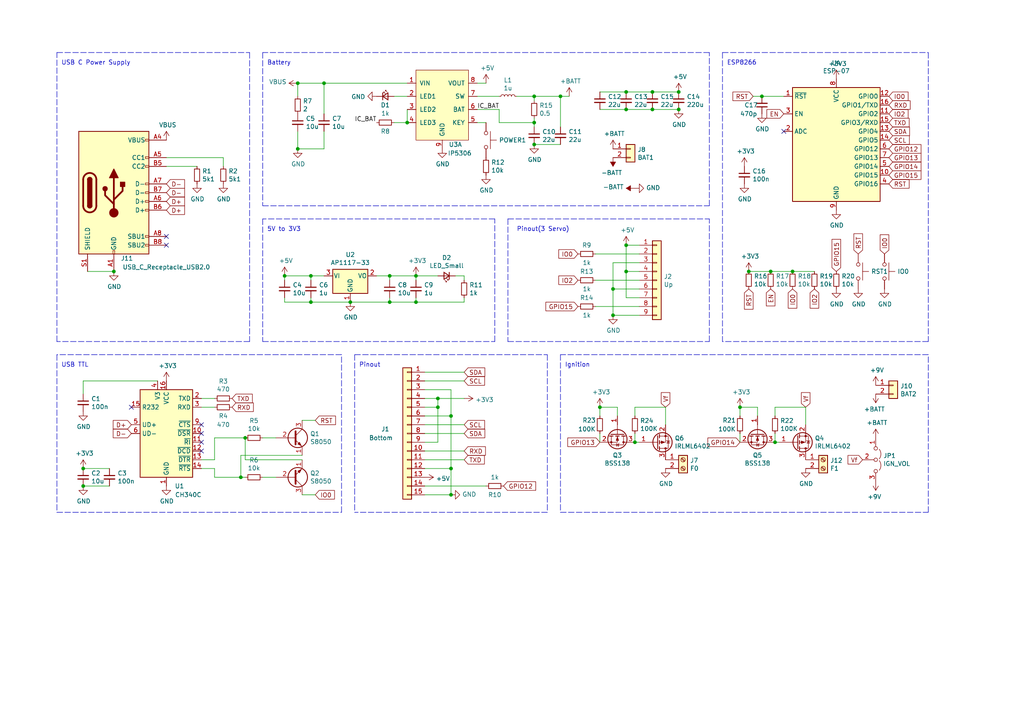
<source format=kicad_sch>
(kicad_sch (version 20211123) (generator eeschema)
  (paper "A4")
  (title_block (title "ISP8266") (date "2022-11-24") (rev "v0.0.3") (company "NCKU ISP"))
  (junction (at 71.12 127))
  (junction (at 177.8 91.44))
  (junction (at 127 118.11))
  (junction (at 181.61 71.12))
  (junction (at 162.56 27.94))
  (junction (at 130.81 135.89))
  (junction (at 120.65 87.63))
  (junction (at 90.17 87.63))
  (junction (at 220.98 27.94))
  (junction (at 154.94 41.91))
  (junction (at 127 115.57))
  (junction (at 177.8 83.82))
  (junction (at 189.23 31.75))
  (junction (at 24.13 140.97))
  (junction (at 113.03 80.01))
  (junction (at 223.52 78.74))
  (junction (at 101.6 87.63))
  (junction (at 181.61 78.74))
  (junction (at 189.23 26.67))
  (junction (at 214.63 118.11))
  (junction (at 154.94 35.56))
  (junction (at 24.13 135.89))
  (junction (at 154.94 27.94))
  (junction (at 181.61 31.75))
  (junction (at 130.81 143.51))
  (junction (at 224.79 128.27))
  (junction (at 86.36 24.13))
  (junction (at 173.99 118.11))
  (junction (at 181.61 26.67))
  (junction (at 33.02 78.74))
  (junction (at 93.98 24.13))
  (junction (at 86.36 43.18))
  (junction (at 120.65 80.01))
  (junction (at 130.81 120.65))
  (junction (at 82.55 80.01))
  (junction (at 229.87 78.74))
  (junction (at 90.17 80.01))
  (junction (at 69.85 138.43))
  (junction (at 113.03 87.63))
  (junction (at 184.15 128.27))
  (junction (at 118.11 35.56))
  (junction (at 196.85 31.75))
  (junction (at 196.85 26.67))
  (junction (at 217.17 78.74))
  (no_connect (at 48.26 68.58))
  (no_connect (at 58.42 123.19))
  (no_connect (at 38.1 118.11))
  (no_connect (at 58.42 125.73))
  (no_connect (at 58.42 128.27))
  (no_connect (at 58.42 130.81))
  (no_connect (at 227.33 38.1))
  (no_connect (at 48.26 71.12))
  (wire (pts (xy 177.8 83.82) (xy 177.8 91.44)))
  (wire (pts (xy 138.43 27.94) (xy 144.78 27.94)))
  (wire (pts (xy 80.01 127) (xy 76.2 127)))
  (polyline (pts (xy 158.75 148.59) (xy 102.87 148.59)))
  (wire (pts (xy 132.08 80.01) (xy 134.62 80.01)))
  (wire (pts (xy 214.63 125.73) (xy 214.63 128.27)))
  (polyline (pts (xy 205.74 59.69) (xy 205.74 15.24)))
  (polyline (pts (xy 205.74 99.06) (xy 205.74 63.5)))
  (polyline (pts (xy 16.51 15.24) (xy 72.39 15.24)))
  (wire (pts (xy 184.15 128.27) (xy 185.42 128.27)))
  (wire (pts (xy 58.42 118.11) (xy 62.23 118.11)))
  (wire (pts (xy 217.17 78.74) (xy 223.52 78.74)))
  (wire (pts (xy 127 118.11) (xy 127 115.57)))
  (wire (pts (xy 162.56 27.94) (xy 162.56 36.83)))
  (polyline (pts (xy 162.56 102.87) (xy 162.56 148.59)))
  (wire (pts (xy 64.77 48.26) (xy 64.77 45.72)))
  (wire (pts (xy 86.36 24.13) (xy 93.98 24.13)))
  (wire (pts (xy 123.19 140.97) (xy 140.97 140.97)))
  (wire (pts (xy 149.86 27.94) (xy 154.94 27.94)))
  (wire (pts (xy 123.19 118.11) (xy 127 118.11)))
  (wire (pts (xy 90.17 86.36) (xy 90.17 87.63)))
  (polyline (pts (xy 162.56 148.59) (xy 269.24 148.59)))
  (polyline (pts (xy 16.51 99.06) (xy 16.51 15.24)))
  (wire (pts (xy 138.43 35.56) (xy 140.97 35.56)))
  (wire (pts (xy 134.62 80.01) (xy 134.62 81.28)))
  (wire (pts (xy 86.36 27.94) (xy 86.36 24.13)))
  (wire (pts (xy 123.19 110.49) (xy 134.62 110.49)))
  (wire (pts (xy 82.55 80.01) (xy 90.17 80.01)))
  (wire (pts (xy 140.97 24.13) (xy 138.43 24.13)))
  (wire (pts (xy 24.13 135.89) (xy 31.75 135.89)))
  (wire (pts (xy 224.79 120.65) (xy 224.79 118.11)))
  (wire (pts (xy 69.85 132.08) (xy 69.85 138.43)))
  (wire (pts (xy 177.8 76.2) (xy 177.8 83.82)))
  (wire (pts (xy 62.23 127) (xy 62.23 133.35)))
  (wire (pts (xy 223.52 78.74) (xy 229.87 78.74)))
  (polyline (pts (xy 147.32 63.5) (xy 205.74 63.5)))
  (wire (pts (xy 123.19 123.19) (xy 134.62 123.19)))
  (wire (pts (xy 154.94 27.94) (xy 154.94 29.21)))
  (polyline (pts (xy 158.75 102.87) (xy 158.75 148.59)))
  (wire (pts (xy 93.98 38.1) (xy 93.98 43.18)))
  (wire (pts (xy 87.63 121.92) (xy 91.44 121.92)))
  (wire (pts (xy 71.12 133.35) (xy 87.63 133.35)))
  (wire (pts (xy 71.12 133.35) (xy 71.12 127)))
  (polyline (pts (xy 143.51 63.5) (xy 76.2 63.5)))
  (wire (pts (xy 134.62 87.63) (xy 120.65 87.63)))
  (wire (pts (xy 173.99 31.75) (xy 181.61 31.75)))
  (polyline (pts (xy 205.74 15.24) (xy 76.2 15.24)))
  (wire (pts (xy 154.94 36.83) (xy 154.94 35.56)))
  (wire (pts (xy 181.61 31.75) (xy 189.23 31.75)))
  (wire (pts (xy 179.07 120.65) (xy 179.07 118.11)))
  (wire (pts (xy 130.81 120.65) (xy 130.81 135.89)))
  (wire (pts (xy 113.03 86.36) (xy 113.03 87.63)))
  (polyline (pts (xy 99.06 148.59) (xy 99.06 102.87)))
  (wire (pts (xy 90.17 87.63) (xy 101.6 87.63)))
  (wire (pts (xy 113.03 80.01) (xy 120.65 80.01)))
  (wire (pts (xy 123.19 128.27) (xy 127 128.27)))
  (wire (pts (xy 45.72 110.49) (xy 24.13 110.49)))
  (wire (pts (xy 113.03 87.63) (xy 120.65 87.63)))
  (wire (pts (xy 138.43 31.75) (xy 144.78 31.75)))
  (wire (pts (xy 233.68 118.11) (xy 233.68 123.19)))
  (wire (pts (xy 82.55 87.63) (xy 90.17 87.63)))
  (wire (pts (xy 123.19 113.03) (xy 130.81 113.03)))
  (polyline (pts (xy 269.24 15.24) (xy 269.24 99.06)))
  (wire (pts (xy 214.63 118.11) (xy 219.71 118.11)))
  (wire (pts (xy 24.13 110.49) (xy 24.13 114.3)))
  (wire (pts (xy 181.61 86.36) (xy 185.42 86.36)))
  (wire (pts (xy 69.85 138.43) (xy 71.12 138.43)))
  (wire (pts (xy 173.99 118.11) (xy 179.07 118.11)))
  (wire (pts (xy 93.98 24.13) (xy 93.98 33.02)))
  (wire (pts (xy 80.01 138.43) (xy 76.2 138.43)))
  (wire (pts (xy 87.63 132.08) (xy 69.85 132.08)))
  (wire (pts (xy 229.87 78.74) (xy 236.22 78.74)))
  (wire (pts (xy 189.23 26.67) (xy 196.85 26.67)))
  (wire (pts (xy 173.99 118.11) (xy 173.99 120.65)))
  (wire (pts (xy 173.99 26.67) (xy 181.61 26.67)))
  (wire (pts (xy 134.62 115.57) (xy 127 115.57)))
  (wire (pts (xy 109.22 80.01) (xy 113.03 80.01)))
  (wire (pts (xy 64.77 45.72) (xy 48.26 45.72)))
  (wire (pts (xy 127 128.27) (xy 127 118.11)))
  (polyline (pts (xy 269.24 99.06) (xy 209.55 99.06)))
  (wire (pts (xy 134.62 86.36) (xy 134.62 87.63)))
  (wire (pts (xy 58.42 115.57) (xy 62.23 115.57)))
  (polyline (pts (xy 16.51 102.87) (xy 16.51 148.59)))
  (wire (pts (xy 62.23 133.35) (xy 58.42 133.35)))
  (wire (pts (xy 185.42 81.28) (xy 172.72 81.28)))
  (wire (pts (xy 25.4 78.74) (xy 33.02 78.74)))
  (wire (pts (xy 218.44 27.94) (xy 220.98 27.94)))
  (wire (pts (xy 184.15 125.73) (xy 184.15 128.27)))
  (wire (pts (xy 48.26 48.26) (xy 57.15 48.26)))
  (polyline (pts (xy 99.06 102.87) (xy 16.51 102.87)))
  (wire (pts (xy 224.79 125.73) (xy 224.79 128.27)))
  (wire (pts (xy 120.65 80.01) (xy 127 80.01)))
  (wire (pts (xy 184.15 118.11) (xy 193.04 118.11)))
  (wire (pts (xy 189.23 31.75) (xy 196.85 31.75)))
  (wire (pts (xy 123.19 135.89) (xy 130.81 135.89)))
  (wire (pts (xy 173.99 125.73) (xy 173.99 128.27)))
  (polyline (pts (xy 16.51 148.59) (xy 99.06 148.59)))
  (wire (pts (xy 87.63 143.51) (xy 91.44 143.51)))
  (wire (pts (xy 172.72 88.9) (xy 185.42 88.9)))
  (wire (pts (xy 224.79 118.11) (xy 233.68 118.11)))
  (polyline (pts (xy 143.51 99.06) (xy 143.51 63.5)))
  (wire (pts (xy 184.15 120.65) (xy 184.15 118.11)))
  (wire (pts (xy 86.36 43.18) (xy 93.98 43.18)))
  (wire (pts (xy 120.65 86.36) (xy 120.65 87.63)))
  (wire (pts (xy 177.8 91.44) (xy 185.42 91.44)))
  (polyline (pts (xy 102.87 102.87) (xy 102.87 148.59)))
  (wire (pts (xy 58.42 135.89) (xy 62.23 135.89)))
  (wire (pts (xy 62.23 138.43) (xy 69.85 138.43)))
  (wire (pts (xy 144.78 31.75) (xy 144.78 35.56)))
  (wire (pts (xy 118.11 31.75) (xy 118.11 35.56)))
  (wire (pts (xy 101.6 87.63) (xy 113.03 87.63)))
  (wire (pts (xy 123.19 130.81) (xy 134.62 130.81)))
  (wire (pts (xy 181.61 26.67) (xy 189.23 26.67)))
  (wire (pts (xy 219.71 120.65) (xy 219.71 118.11)))
  (wire (pts (xy 86.36 38.1) (xy 86.36 43.18)))
  (polyline (pts (xy 76.2 63.5) (xy 76.2 99.06)))
  (wire (pts (xy 144.78 35.56) (xy 154.94 35.56)))
  (wire (pts (xy 123.19 125.73) (xy 134.62 125.73)))
  (wire (pts (xy 24.13 140.97) (xy 31.75 140.97)))
  (wire (pts (xy 185.42 83.82) (xy 177.8 83.82)))
  (wire (pts (xy 185.42 76.2) (xy 177.8 76.2)))
  (wire (pts (xy 134.62 107.95) (xy 123.19 107.95)))
  (wire (pts (xy 93.98 80.01) (xy 90.17 80.01)))
  (wire (pts (xy 123.19 133.35) (xy 134.62 133.35)))
  (wire (pts (xy 93.98 24.13) (xy 118.11 24.13)))
  (polyline (pts (xy 147.32 63.5) (xy 147.32 99.06)))
  (wire (pts (xy 181.61 71.12) (xy 181.61 78.74)))
  (polyline (pts (xy 209.55 15.24) (xy 269.24 15.24)))
  (wire (pts (xy 82.55 86.36) (xy 82.55 87.63)))
  (wire (pts (xy 154.94 27.94) (xy 162.56 27.94)))
  (polyline (pts (xy 72.39 15.24) (xy 72.39 99.06)))
  (wire (pts (xy 118.11 27.94) (xy 114.3 27.94)))
  (wire (pts (xy 220.98 27.94) (xy 227.33 27.94)))
  (polyline (pts (xy 147.32 99.06) (xy 205.74 99.06)))
  (polyline (pts (xy 76.2 15.24) (xy 76.2 59.69)))
  (wire (pts (xy 224.79 128.27) (xy 226.06 128.27)))
  (polyline (pts (xy 102.87 102.87) (xy 158.75 102.87)))
  (polyline (pts (xy 76.2 99.06) (xy 143.51 99.06)))
  (wire (pts (xy 123.19 120.65) (xy 130.81 120.65)))
  (polyline (pts (xy 269.24 148.59) (xy 269.24 102.87)))
  (wire (pts (xy 181.61 78.74) (xy 185.42 78.74)))
  (wire (pts (xy 162.56 41.91) (xy 154.94 41.91)))
  (wire (pts (xy 113.03 80.01) (xy 113.03 81.28)))
  (polyline (pts (xy 269.24 102.87) (xy 162.56 102.87)))
  (wire (pts (xy 130.81 135.89) (xy 130.81 143.51)))
  (wire (pts (xy 62.23 135.89) (xy 62.23 138.43)))
  (wire (pts (xy 120.65 81.28) (xy 120.65 80.01)))
  (wire (pts (xy 90.17 81.28) (xy 90.17 80.01)))
  (wire (pts (xy 162.56 27.94) (xy 165.1 27.94)))
  (polyline (pts (xy 76.2 59.69) (xy 205.74 59.69)))
  (wire (pts (xy 114.3 35.56) (xy 118.11 35.56)))
  (wire (pts (xy 154.94 35.56) (xy 154.94 34.29)))
  (wire (pts (xy 62.23 127) (xy 71.12 127)))
  (wire (pts (xy 130.81 113.03) (xy 130.81 120.65)))
  (polyline (pts (xy 72.39 99.06) (xy 16.51 99.06)))
  (wire (pts (xy 214.63 118.11) (xy 214.63 120.65)))
  (wire (pts (xy 181.61 71.12) (xy 185.42 71.12)))
  (polyline (pts (xy 209.55 15.24) (xy 209.55 99.06)))
  (wire (pts (xy 82.55 80.01) (xy 82.55 81.28)))
  (wire (pts (xy 181.61 78.74) (xy 181.61 86.36)))
  (wire (pts (xy 123.19 143.51) (xy 130.81 143.51)))
  (wire (pts (xy 123.19 115.57) (xy 127 115.57)))
  (wire (pts (xy 185.42 73.66) (xy 172.72 73.66)))
  (wire (pts (xy 193.04 118.11) (xy 193.04 123.19)))
  (text "USB TTL" (at 17.78 106.68 0) (effects (font (size 1.27 1.27)) (justify left bottom)))
  (text "ESP8266" (at 210.82 19.05 0) (effects (font (size 1.27 1.27)) (justify left bottom)))
  (text "Ignition" (at 163.83 106.68 0) (effects (font (size 1.27 1.27)) (justify left bottom)))
  (text "Pinout(3 Servo)" (at 149.86 67.31 0) (effects (font (size 1.27 1.27)) (justify left bottom)))
  (text "Battery" (at 77.47 19.05 0) (effects (font (size 1.27 1.27)) (justify left bottom)))
  (text "Pinout" (at 104.14 106.68 0) (effects (font (size 1.27 1.27)) (justify left bottom)))
  (text "USB C Power Supply" (at 17.78 19.05 0) (effects (font (size 1.27 1.27)) (justify left bottom)))
  (text "5V to 3V3" (at 77.47 67.31 0) (effects (font (size 1.27 1.27)) (justify left bottom)))
  (label "IC_BAT" (at 138.43 31.75 0))
  (label "IC_BAT" (at 109.22 35.56 180))
  (global_label "EN" (shape input) (at 223.52 83.82 270) (property "Intersheet References" "${INTERSHEET_REFS}" (effects hide)))
  (global_label "RXD" (shape input) (at 67.31 118.11 0) (property "Intersheet References" "${INTERSHEET_REFS}" (effects hide)))
  (global_label "SDA" (shape input) (at 257.81 38.1 0) (property "Intersheet References" "${INTERSHEET_REFS}" (effects hide)))
  (global_label "SCL" (shape input) (at 257.81 40.64 0) (property "Intersheet References" "${INTERSHEET_REFS}" (effects hide)))
  (global_label "GPIO15" (shape input) (at 167.64 88.9 180) (property "Intersheet References" "${INTERSHEET_REFS}" (effects hide)))
  (global_label "RXD" (shape input) (at 257.81 30.48 0) (property "Intersheet References" "${INTERSHEET_REFS}" (effects hide)))
  (global_label "SCL" (shape input) (at 134.62 123.19 0) (property "Intersheet References" "${INTERSHEET_REFS}" (effects hide)))
  (global_label "EN" (shape input) (at 227.33 33.02 180) (property "Intersheet References" "${INTERSHEET_REFS}" (effects hide)))
  (global_label "IO0" (shape input) (at 167.64 73.66 180) (property "Intersheet References" "${INTERSHEET_REFS}" (effects hide)))
  (global_label "Vf" (shape input) (at 193.04 118.11 90) (property "Intersheet References" "${INTERSHEET_REFS}" (effects hide)))
  (global_label "GPIO13" (shape input) (at 173.99 128.27 180) (property "Intersheet References" "${INTERSHEET_REFS}" (effects hide)))
  (global_label "GPIO14" (shape input) (at 214.63 128.27 180) (property "Intersheet References" "${INTERSHEET_REFS}" (effects hide)))
  (global_label "SCL" (shape input) (at 134.62 110.49 0) (property "Intersheet References" "${INTERSHEET_REFS}" (effects hide)))
  (global_label "D-" (shape input) (at 38.1 125.73 180) (property "Intersheet References" "${INTERSHEET_REFS}" (effects hide)))
  (global_label "TXD" (shape input) (at 257.81 35.56 0) (property "Intersheet References" "${INTERSHEET_REFS}" (effects hide)))
  (global_label "IO2" (shape input) (at 236.22 83.82 270) (property "Intersheet References" "${INTERSHEET_REFS}" (effects hide)))
  (global_label "TXD" (shape input) (at 134.62 133.35 0) (property "Intersheet References" "${INTERSHEET_REFS}" (effects hide)))
  (global_label "RST" (shape input) (at 91.44 121.92 0) (property "Intersheet References" "${INTERSHEET_REFS}" (effects hide)))
  (global_label "IO0" (shape input) (at 257.81 27.94 0) (property "Intersheet References" "${INTERSHEET_REFS}" (effects hide)))
  (global_label "GPIO15" (shape input) (at 257.81 50.8 0) (property "Intersheet References" "${INTERSHEET_REFS}" (effects hide)))
  (global_label "IO0" (shape input) (at 229.87 83.82 270) (property "Intersheet References" "${INTERSHEET_REFS}" (effects hide)))
  (global_label "Vf" (shape input) (at 233.68 118.11 90) (property "Intersheet References" "${INTERSHEET_REFS}" (effects hide)))
  (global_label "D+" (shape input) (at 38.1 123.19 180) (property "Intersheet References" "${INTERSHEET_REFS}" (effects hide)))
  (global_label "RST" (shape input) (at 257.81 53.34 0) (property "Intersheet References" "${INTERSHEET_REFS}" (effects hide)))
  (global_label "TXD" (shape input) (at 67.31 115.57 0) (property "Intersheet References" "${INTERSHEET_REFS}" (effects hide)))
  (global_label "GPIO12" (shape input) (at 257.81 43.18 0) (property "Intersheet References" "${INTERSHEET_REFS}" (effects hide)))
  (global_label "SDA" (shape input) (at 134.62 107.95 0) (property "Intersheet References" "${INTERSHEET_REFS}" (effects hide)))
  (global_label "RST" (shape input) (at 217.17 83.82 270) (property "Intersheet References" "${INTERSHEET_REFS}" (effects hide)))
  (global_label "RST" (shape input) (at 248.92 73.66 90) (property "Intersheet References" "${INTERSHEET_REFS}" (effects hide)))
  (global_label "RST" (shape input) (at 218.44 27.94 180) (property "Intersheet References" "${INTERSHEET_REFS}" (effects hide)))
  (global_label "D+" (shape input) (at 48.26 58.42 0) (property "Intersheet References" "${INTERSHEET_REFS}" (effects hide)))
  (global_label "D-" (shape input) (at 48.26 53.34 0) (property "Intersheet References" "${INTERSHEET_REFS}" (effects hide)))
  (global_label "IO0" (shape input) (at 256.54 73.66 90) (property "Intersheet References" "${INTERSHEET_REFS}" (effects hide)))
  (global_label "D-" (shape input) (at 48.26 55.88 0) (property "Intersheet References" "${INTERSHEET_REFS}" (effects hide)))
  (global_label "IO2" (shape input) (at 257.81 33.02 0) (property "Intersheet References" "${INTERSHEET_REFS}" (effects hide)))
  (global_label "GPIO14" (shape input) (at 257.81 48.26 0) (property "Intersheet References" "${INTERSHEET_REFS}" (effects hide)))
  (global_label "IO0" (shape input) (at 91.44 143.51 0) (property "Intersheet References" "${INTERSHEET_REFS}" (effects hide)))
  (global_label "GPIO13" (shape input) (at 257.81 45.72 0) (property "Intersheet References" "${INTERSHEET_REFS}" (effects hide)))
  (global_label "GPIO12" (shape input) (at 146.05 140.97 0) (property "Intersheet References" "${INTERSHEET_REFS}" (effects hide)))
  (global_label "D+" (shape input) (at 48.26 60.96 0) (property "Intersheet References" "${INTERSHEET_REFS}" (effects hide)))
  (global_label "SDA" (shape input) (at 134.62 125.73 0) (property "Intersheet References" "${INTERSHEET_REFS}" (effects hide)))
  (global_label "GPIO15" (shape input) (at 242.57 78.74 90) (property "Intersheet References" "${INTERSHEET_REFS}" (effects hide)))
  (global_label "RXD" (shape input) (at 134.62 130.81 0) (property "Intersheet References" "${INTERSHEET_REFS}" (effects hide)))
  (global_label "IO2" (shape input) (at 167.64 81.28 180) (property "Intersheet References" "${INTERSHEET_REFS}" (effects hide)))
  (global_label "Vf" (shape input) (at 250.19 133.35 180) (property "Intersheet References" "${INTERSHEET_REFS}" (effects hide)))
  (symbol (lib_id "Regulator_Linear:AP1117-33") (at 101.6 80.01 0) (unit 1)
    (property "Reference" "U2" (at 101.6 73.8632 0))
    (property "Value" "AP1117-33" (at 101.6 76.1746 0))
    (property "Footprint" "Package_TO_SOT_SMD:SOT-223-3_TabPin2" (effects hide))
    (property "Datasheet" "http://www.diodes.com/datasheets/AP1117.pdf" (effects hide))
  )
  (symbol (lib_id "power:GND") (at 33.02 78.74 0) (unit 1)
    (property "Reference" "#PWR04" (effects hide))
    (property "Value" "GND" (at 33.147 83.1342 0))
  )
  (symbol (lib_id "Device:R_Small") (at 57.15 50.8 0) (unit 1)
    (property "Reference" "R1" (at 58.6486 49.6316 0) (effects (justify left)))
    (property "Value" "5k1" (at 58.6486 51.943 0) (effects (justify left)))
    (property "Footprint" "Resistor_SMD:R_0603_1608Metric" (effects hide))
  )
  (symbol (lib_id "IP5306:IP5306") (at 128.27 30.48 0) (unit 1)
    (property "Reference" "U3" (at 132.08 41.91 0))
    (property "Value" "IP5306" (at 133.35 44.45 0))
    (property "Footprint" "Package_SO:HTSOP-8-1EP_3.9x4.9mm_P1.27mm_EP2.4x3.2mm" (effects hide))
  )
  (symbol (lib_id "Connector_Generic:Conn_01x09") (at 190.5 81.28 0) (unit 1)
    (property "Reference" "J2" (at 192.532 80.2132 0) (effects (justify left)))
    (property "Value" "Up" (at 192.532 82.5246 0) (effects (justify left)))
    (property "Footprint" "Connector_PinHeader_2.54mm:PinHeader_1x09_P2.54mm_Vertical" (effects hide))
  )
  (symbol (lib_id "Device:R_Small") (at 64.77 50.8 0) (unit 1)
    (property "Reference" "R2" (at 66.2686 49.6316 0) (effects (justify left)))
    (property "Value" "5k1" (at 66.2686 51.943 0) (effects (justify left)))
    (property "Footprint" "Resistor_SMD:R_0603_1608Metric" (effects hide))
  )
  (symbol (lib_id "power:GND") (at 57.15 53.34 0) (unit 1)
    (property "Reference" "#PWR09" (effects hide))
    (property "Value" "GND" (at 57.277 57.7342 0))
  )
  (symbol (lib_id "power:GND") (at 64.77 53.34 0) (unit 1)
    (property "Reference" "#PWR010" (effects hide))
    (property "Value" "GND" (at 64.897 57.7342 0))
  )
  (symbol (lib_id "Connector_Generic:Conn_01x15") (at 118.11 125.73 0) (mirror y) (unit 1)
    (property "Reference" "J1" (at 111.76 124.46 0))
    (property "Value" "Bottom" (at 110.49 127 0))
    (property "Footprint" "Connector_PinHeader_2.54mm:PinHeader_1x15_P2.54mm_Vertical" (effects hide))
  )
  (symbol (lib_id "power:GND") (at 128.27 43.18 0) (unit 1)
    (property "Reference" "#PWR021" (effects hide))
    (property "Value" "GND" (at 128.397 47.5742 0))
  )
  (symbol (lib_id "Switch:SW_Push") (at 140.97 40.64 270) (unit 1)
    (property "Reference" "POWER1" (at 144.7292 40.64 90) (effects (justify left)))
    (property "Value" "SW_Push" (effects hide))
    (property "Footprint" "Button_Switch_SMD:SW_SPST_EVQPE1" (effects hide))
  )
  (symbol (lib_id "Device:R_Small") (at 140.97 48.26 0) (unit 1)
    (property "Reference" "R12" (at 142.4686 47.0916 0) (effects (justify left)))
    (property "Value" "10k" (at 142.4686 49.403 0) (effects (justify left)))
    (property "Footprint" "Resistor_SMD:R_0603_1608Metric" (effects hide))
  )
  (symbol (lib_id "power:GND") (at 140.97 50.8 0) (unit 1)
    (property "Reference" "#PWR023" (effects hide))
    (property "Value" "GND" (at 141.097 55.1942 0))
  )
  (symbol (lib_id "Device:R_Small") (at 86.36 30.48 0) (unit 1)
    (property "Reference" "R7" (at 87.8586 29.3116 0) (effects (justify left)))
    (property "Value" "2" (at 87.8586 31.623 0) (effects (justify left)))
    (property "Footprint" "Resistor_SMD:R_0603_1608Metric" (effects hide))
  )
  (symbol (lib_id "Device:C_Small") (at 86.36 35.56 0) (unit 1)
    (property "Reference" "C5" (at 88.6968 34.3916 0) (effects (justify left)))
    (property "Value" "10u" (at 88.6968 36.703 0) (effects (justify left)))
    (property "Footprint" "Capacitor_SMD:C_0603_1608Metric" (effects hide))
  )
  (symbol (lib_id "Device:C_Small") (at 93.98 35.56 0) (unit 1)
    (property "Reference" "C7" (at 96.3168 34.3916 0) (effects (justify left)))
    (property "Value" "10u" (at 96.3168 36.703 0) (effects (justify left)))
    (property "Footprint" "Capacitor_SMD:C_0603_1608Metric" (effects hide))
  )
  (symbol (lib_id "power:GND") (at 86.36 43.18 0) (unit 1)
    (property "Reference" "#PWR013" (effects hide))
    (property "Value" "GND" (at 86.487 47.5742 0))
  )
  (symbol (lib_id "Device:R_Small") (at 111.76 35.56 270) (unit 1)
    (property "Reference" "R8" (at 111.76 38.1 90))
    (property "Value" "1k" (at 111.76 32.893 90))
    (property "Footprint" "Resistor_SMD:R_0603_1608Metric" (effects hide))
  )
  (symbol (lib_id "Device:LED_Small") (at 111.76 27.94 0) (unit 1)
    (property "Reference" "D1" (at 111.76 30.48 0))
    (property "Value" "LED_Small" (effects hide))
    (property "Footprint" "LED_SMD:LED_0603_1608Metric" (effects hide))
  )
  (symbol (lib_id "power:GND") (at 109.22 27.94 270) (unit 1)
    (property "Reference" "#PWR015" (effects hide))
    (property "Value" "GND" (at 105.9688 28.067 90) (effects (justify right)))
  )
  (symbol (lib_id "power:VBUS") (at 48.26 40.64 0) (unit 1)
    (property "Reference" "#PWR05" (effects hide))
    (property "Value" "VBUS" (at 48.641 36.2458 0))
  )
  (symbol (lib_id "power:+5V") (at 140.97 24.13 0) (unit 1)
    (property "Reference" "#PWR022" (effects hide))
    (property "Value" "+5V" (at 141.351 19.7358 0))
  )
  (symbol (lib_id "Device:L_Small") (at 147.32 27.94 90) (unit 1)
    (property "Reference" "L1" (at 147.32 23.241 90))
    (property "Value" "1u" (at 147.32 25.5524 90))
    (property "Footprint" "Inductor_SMD:L_Abracon_ASPI-0630LR" (effects hide))
  )
  (symbol (lib_id "Device:R_Small") (at 154.94 31.75 0) (unit 1)
    (property "Reference" "R15" (at 156.4386 30.5816 0) (effects (justify left)))
    (property "Value" "0.5" (at 156.4386 32.893 0) (effects (justify left)))
    (property "Footprint" "Resistor_SMD:R_0603_1608Metric" (effects hide))
  )
  (symbol (lib_id "power:+5V") (at 123.19 138.43 270) (unit 1)
    (property "Reference" "#PWR06" (effects hide))
    (property "Value" "+5V" (at 126.4412 138.811 90) (effects (justify left)))
  )
  (symbol (lib_id "Device:C_Small") (at 154.94 39.37 0) (unit 1)
    (property "Reference" "C10" (at 157.2768 38.2016 0) (effects (justify left)))
    (property "Value" "22u" (at 157.2768 40.513 0) (effects (justify left)))
    (property "Footprint" "Capacitor_SMD:C_0603_1608Metric" (effects hide))
  )
  (symbol (lib_id "power:GND") (at 154.94 41.91 0) (unit 1)
    (property "Reference" "#PWR028" (effects hide))
    (property "Value" "GND" (at 155.067 46.3042 0))
  )
  (symbol (lib_id "Device:C_Small") (at 162.56 39.37 0) (unit 1)
    (property "Reference" "C11" (at 164.8968 38.2016 0) (effects (justify left)))
    (property "Value" "22u" (at 164.8968 40.513 0) (effects (justify left)))
    (property "Footprint" "Capacitor_SMD:C_0603_1608Metric" (effects hide))
  )
  (symbol (lib_id "Device:C_Small") (at 173.99 29.21 0) (unit 1)
    (property "Reference" "C12" (at 176.3268 28.0416 0) (effects (justify left)))
    (property "Value" "22u" (at 176.3268 30.353 0) (effects (justify left)))
    (property "Footprint" "Capacitor_SMD:C_0603_1608Metric" (effects hide))
  )
  (symbol (lib_id "Device:C_Small") (at 181.61 29.21 0) (unit 1)
    (property "Reference" "C13" (at 183.9468 28.0416 0) (effects (justify left)))
    (property "Value" "22u" (at 183.9468 30.353 0) (effects (justify left)))
    (property "Footprint" "Capacitor_SMD:C_0603_1608Metric" (effects hide))
  )
  (symbol (lib_id "Device:C_Small") (at 196.85 29.21 0) (unit 1)
    (property "Reference" "C14" (at 199.1868 28.0416 0) (effects (justify left)))
    (property "Value" "220u" (at 199.1868 30.353 0) (effects (justify left)))
    (property "Footprint" "Capacitor_Tantalum_SMD:CP_EIA-3528-12_Kemet-T" (effects hide))
  )
  (symbol (lib_id "Device:C_Small") (at 189.23 29.21 0) (unit 1)
    (property "Reference" "C15" (at 191.5668 28.0416 0) (effects (justify left)))
    (property "Value" "22u" (at 191.5668 30.353 0) (effects (justify left)))
    (property "Footprint" "Capacitor_SMD:C_0603_1608Metric" (effects hide))
  )
  (symbol (lib_id "power:GND") (at 196.85 31.75 0) (unit 1)
    (property "Reference" "#PWR045" (effects hide))
    (property "Value" "GND" (at 196.977 36.1442 0))
  )
  (symbol (lib_id "power:+5V") (at 196.85 26.67 0) (unit 1)
    (property "Reference" "#PWR044" (effects hide))
    (property "Value" "+5V" (at 197.231 22.2758 0))
  )
  (symbol (lib_id "power:GND") (at 177.8 91.44 0) (unit 1)
    (property "Reference" "#PWR018" (effects hide))
    (property "Value" "GND" (at 177.927 95.8342 0))
  )
  (symbol (lib_id "power:GND") (at 101.6 87.63 0) (unit 1)
    (property "Reference" "#PWR014" (effects hide))
    (property "Value" "GND" (at 101.727 92.0242 0))
  )
  (symbol (lib_id "power:+5V") (at 82.55 80.01 0) (unit 1)
    (property "Reference" "#PWR011" (effects hide))
    (property "Value" "+5V" (at 82.931 75.6158 0))
  )
  (symbol (lib_id "Device:C_Small") (at 82.55 83.82 0) (unit 1)
    (property "Reference" "C4" (at 84.8868 82.6516 0) (effects (justify left)))
    (property "Value" "10u" (at 84.8868 84.963 0) (effects (justify left)))
    (property "Footprint" "Capacitor_SMD:C_0603_1608Metric" (effects hide))
  )
  (symbol (lib_id "Device:C_Small") (at 90.17 83.82 0) (unit 1)
    (property "Reference" "C6" (at 92.5068 82.6516 0) (effects (justify left)))
    (property "Value" "1u" (at 92.5068 84.963 0) (effects (justify left)))
    (property "Footprint" "Capacitor_SMD:C_0603_1608Metric" (effects hide))
  )
  (symbol (lib_id "Device:R_Small") (at 173.99 123.19 0) (unit 1)
    (property "Reference" "R23" (at 168.91 121.92 0) (effects (justify left)))
    (property "Value" "100K" (at 167.64 124.46 0) (effects (justify left)))
    (property "Footprint" "Resistor_SMD:R_0603_1608Metric" (effects hide))
  )
  (symbol (lib_id "Device:C_Small") (at 113.03 83.82 0) (unit 1)
    (property "Reference" "C8" (at 115.3668 82.6516 0) (effects (justify left)))
    (property "Value" "10u" (at 115.3668 84.963 0) (effects (justify left)))
    (property "Footprint" "Capacitor_SMD:C_0603_1608Metric" (effects hide))
  )
  (symbol (lib_id "Device:C_Small") (at 120.65 83.82 0) (unit 1)
    (property "Reference" "C9" (at 122.9868 82.6516 0) (effects (justify left)))
    (property "Value" "1u" (at 122.9868 84.963 0) (effects (justify left)))
    (property "Footprint" "Capacitor_SMD:C_0603_1608Metric" (effects hide))
  )
  (symbol (lib_id "power:+3V3") (at 120.65 80.01 0) (unit 1)
    (property "Reference" "#PWR016" (effects hide))
    (property "Value" "+3V3" (at 121.031 75.6158 0))
  )
  (symbol (lib_id "power:+3V3") (at 173.99 118.11 0) (unit 1)
    (property "Reference" "#PWR053" (effects hide))
    (property "Value" "+3V3" (at 174.371 113.7158 0))
  )
  (symbol (lib_id "Device:LED_Small") (at 129.54 80.01 180) (unit 1)
    (property "Reference" "D2" (at 129.54 74.7522 0))
    (property "Value" "LED_Small" (at 129.54 77.0636 0))
    (property "Footprint" "LED_SMD:LED_0603_1608Metric" (effects hide))
  )
  (symbol (lib_id "Device:R_Small") (at 184.15 123.19 0) (unit 1)
    (property "Reference" "R24" (at 185.6486 122.0216 0) (effects (justify left)))
    (property "Value" "100K" (at 185.6486 124.333 0) (effects (justify left)))
    (property "Footprint" "Resistor_SMD:R_0603_1608Metric" (effects hide))
  )
  (symbol (lib_id "Device:R_Small") (at 134.62 83.82 0) (unit 1)
    (property "Reference" "R11" (at 136.1186 82.6516 0) (effects (justify left)))
    (property "Value" "1k" (at 136.1186 84.963 0) (effects (justify left)))
    (property "Footprint" "Resistor_SMD:R_0603_1608Metric" (effects hide))
  )
  (symbol (lib_id "Interface_USB:CH340C") (at 48.26 125.73 0) (unit 1)
    (property "Reference" "U1" (at 52.07 140.97 0))
    (property "Value" "CH340C" (at 54.61 143.51 0))
    (property "Footprint" "Package_SO:SOIC-16_3.9x9.9mm_P1.27mm" (effects hide))
    (property "Datasheet" "https://datasheet.lcsc.com/szlcsc/Jiangsu-Qin-Heng-CH340C_C84681.pdf" (effects hide))
  )
  (symbol (lib_id "Transistor_FET:IRLML6402") (at 190.5 128.27 0) (mirror x) (unit 1)
    (property "Reference" "Q6" (at 195.6816 127.1016 0) (effects (justify left)))
    (property "Value" "IRLML6402" (at 195.6816 129.413 0) (effects (justify left)))
    (property "Footprint" "Package_TO_SOT_SMD:SOT-23" (effects hide))
    (property "Datasheet" "https://www.infineon.com/dgdl/irlml6402pbf.pdf?fileId=5546d462533600a401535668d5c2263c" (effects hide))
  )
  (symbol (lib_id "power:+3V3") (at 48.26 110.49 0) (unit 1)
    (property "Reference" "#PWR07" (effects hide))
    (property "Value" "+3V3" (at 48.641 106.0958 0))
  )
  (symbol (lib_id "Device:R_Small") (at 64.77 115.57 270) (unit 1)
    (property "Reference" "R3" (at 64.77 110.5916 90))
    (property "Value" "470" (at 64.77 112.903 90))
    (property "Footprint" "Resistor_SMD:R_0603_1608Metric" (effects hide))
  )
  (symbol (lib_id "Device:R_Small") (at 64.77 118.11 270) (unit 1)
    (property "Reference" "R4" (at 64.77 120.65 90))
    (property "Value" "470" (at 64.77 123.19 90))
    (property "Footprint" "Resistor_SMD:R_0603_1608Metric" (effects hide))
  )
  (symbol (lib_id "power:GND") (at 48.26 140.97 0) (unit 1)
    (property "Reference" "#PWR08" (effects hide))
    (property "Value" "GND" (at 48.387 145.3642 0))
  )
  (symbol (lib_id "power:GND") (at 193.04 135.89 0) (unit 1)
    (property "Reference" "#PWR056" (effects hide))
    (property "Value" "GND" (at 193.167 140.2842 0))
  )
  (symbol (lib_id "power:+3V3") (at 24.13 135.89 0) (unit 1)
    (property "Reference" "#PWR02" (effects hide))
    (property "Value" "+3V3" (at 24.511 131.4958 0))
  )
  (symbol (lib_id "Device:C_Small") (at 31.75 138.43 0) (unit 1)
    (property "Reference" "C3" (at 34.0868 137.2616 0) (effects (justify left)))
    (property "Value" "100n" (at 34.0868 139.573 0) (effects (justify left)))
    (property "Footprint" "Capacitor_SMD:C_0603_1608Metric" (effects hide))
  )
  (symbol (lib_id "Device:C_Small") (at 24.13 138.43 0) (unit 1)
    (property "Reference" "C2" (at 26.4668 137.2616 0) (effects (justify left)))
    (property "Value" "10u" (at 26.4668 139.573 0) (effects (justify left)))
    (property "Footprint" "Capacitor_SMD:C_0603_1608Metric" (effects hide))
  )
  (symbol (lib_id "power:GND") (at 24.13 140.97 0) (unit 1)
    (property "Reference" "#PWR03" (effects hide))
    (property "Value" "GND" (at 24.257 145.3642 0))
  )
  (symbol (lib_id "Transistor_BJT:S8050") (at 85.09 138.43 0) (mirror x) (unit 1)
    (property "Reference" "Q2" (at 89.9414 137.2616 0) (effects (justify left)))
    (property "Value" "S8050" (at 89.9414 139.573 0) (effects (justify left)))
    (property "Footprint" "Package_TO_SOT_SMD:SOT-23" (effects hide))
    (property "Datasheet" "http://www.unisonic.com.tw/datasheet/S8050.pdf" (effects hide))
  )
  (symbol (lib_id "Transistor_BJT:S8050") (at 85.09 127 0) (unit 1)
    (property "Reference" "Q1" (at 89.9414 125.8316 0) (effects (justify left)))
    (property "Value" "S8050" (at 89.9414 128.143 0) (effects (justify left)))
    (property "Footprint" "Package_TO_SOT_SMD:SOT-23" (effects hide))
    (property "Datasheet" "http://www.unisonic.com.tw/datasheet/S8050.pdf" (effects hide))
  )
  (symbol (lib_id "Device:R_Small") (at 73.66 127 90) (mirror x) (unit 1)
    (property "Reference" "R5" (at 73.66 122.0216 90))
    (property "Value" "10k" (at 73.66 124.333 90))
    (property "Footprint" "Resistor_SMD:R_0603_1608Metric" (effects hide))
  )
  (symbol (lib_id "Device:R_Small") (at 73.66 138.43 90) (mirror x) (unit 1)
    (property "Reference" "R6" (at 73.66 133.4516 90))
    (property "Value" "10k" (at 73.66 135.763 90))
    (property "Footprint" "Resistor_SMD:R_0603_1608Metric" (effects hide))
  )
  (symbol (lib_id "Connector:Screw_Terminal_01x02") (at 198.12 133.35 0) (unit 1)
    (property "Reference" "J7" (at 200.152 133.5532 0) (effects (justify left)))
    (property "Value" "F0" (at 200.152 135.8646 0) (effects (justify left)))
    (property "Footprint" "TerminalBlock_Phoenix:TerminalBlock_Phoenix_MPT-0,5-2-2.54_1x02_P2.54mm_Horizontal" (effects hide))
  )
  (symbol (lib_id "Connector:Screw_Terminal_01x02") (at 238.76 133.35 0) (unit 1)
    (property "Reference" "J12" (at 240.792 133.5532 0) (effects (justify left)))
    (property "Value" "F1" (at 240.792 135.8646 0) (effects (justify left)))
    (property "Footprint" "TerminalBlock_Phoenix:TerminalBlock_Phoenix_MPT-0,5-2-2.54_1x02_P2.54mm_Horizontal" (effects hide))
  )
  (symbol (lib_id "power:+3V3") (at 242.57 22.86 0) (unit 1)
    (property "Reference" "#PWR050" (effects hide))
    (property "Value" "+3V3" (at 242.951 18.4658 0))
  )
  (symbol (lib_id "Device:R_Small") (at 242.57 81.28 180) (unit 1)
    (property "Reference" "R20" (at 244.0686 80.1116 0) (effects (justify right)))
    (property "Value" "10k" (at 244.0686 82.423 0) (effects (justify right)))
    (property "Footprint" "Resistor_SMD:R_0603_1608Metric" (effects hide))
  )
  (symbol (lib_id "power:GND") (at 242.57 83.82 0) (unit 1)
    (property "Reference" "#PWR052" (effects hide))
    (property "Value" "GND" (at 242.697 88.2142 0))
  )
  (symbol (lib_id "Device:R_Small") (at 217.17 81.28 180) (unit 1)
    (property "Reference" "R16" (at 218.6686 80.1116 0) (effects (justify right)))
    (property "Value" "10k" (at 218.6686 82.423 0) (effects (justify right)))
    (property "Footprint" "Resistor_SMD:R_0603_1608Metric" (effects hide))
  )
  (symbol (lib_id "Device:R_Small") (at 223.52 81.28 180) (unit 1)
    (property "Reference" "R17" (at 225.0186 80.1116 0) (effects (justify right)))
    (property "Value" "10k" (at 225.0186 82.423 0) (effects (justify right)))
    (property "Footprint" "Resistor_SMD:R_0603_1608Metric" (effects hide))
  )
  (symbol (lib_id "Device:R_Small") (at 229.87 81.28 180) (unit 1)
    (property "Reference" "R18" (at 231.3686 80.1116 0) (effects (justify right)))
    (property "Value" "10k" (at 231.3686 82.423 0) (effects (justify right)))
    (property "Footprint" "Resistor_SMD:R_0603_1608Metric" (effects hide))
  )
  (symbol (lib_id "Device:R_Small") (at 236.22 81.28 180) (unit 1)
    (property "Reference" "R19" (at 237.7186 80.1116 0) (effects (justify right)))
    (property "Value" "10k" (at 237.7186 82.423 0) (effects (justify right)))
    (property "Footprint" "Resistor_SMD:R_0603_1608Metric" (effects hide))
  )
  (symbol (lib_id "power:GND") (at 242.57 60.96 0) (unit 1)
    (property "Reference" "#PWR051" (effects hide))
    (property "Value" "GND" (at 242.697 65.3542 0))
  )
  (symbol (lib_id "power:+3V3") (at 217.17 78.74 0) (unit 1)
    (property "Reference" "#PWR049" (effects hide))
    (property "Value" "+3V3" (at 217.551 74.3458 0))
  )
  (symbol (lib_id "Device:R_Small") (at 214.63 123.19 0) (unit 1)
    (property "Reference" "R21" (at 209.55 121.92 0) (effects (justify left)))
    (property "Value" "100K" (at 208.28 124.46 0) (effects (justify left)))
    (property "Footprint" "Resistor_SMD:R_0603_1608Metric" (effects hide))
  )
  (symbol (lib_id "power:+3V3") (at 214.63 118.11 0) (unit 1)
    (property "Reference" "#PWR034" (effects hide))
    (property "Value" "+3V3" (at 215.011 113.7158 0))
  )
  (symbol (lib_id "Device:R_Small") (at 224.79 123.19 0) (unit 1)
    (property "Reference" "R22" (at 226.2886 122.0216 0) (effects (justify left)))
    (property "Value" "100K" (at 226.2886 124.333 0) (effects (justify left)))
    (property "Footprint" "Resistor_SMD:R_0603_1608Metric" (effects hide))
  )
  (symbol (lib_id "Transistor_FET:IRLML6402") (at 231.14 128.27 0) (mirror x) (unit 1)
    (property "Reference" "Q4" (at 236.3216 127.1016 0) (effects (justify left)))
    (property "Value" "IRLML6402" (at 236.3216 129.413 0) (effects (justify left)))
    (property "Footprint" "Package_TO_SOT_SMD:SOT-23" (effects hide))
    (property "Datasheet" "https://www.infineon.com/dgdl/irlml6402pbf.pdf?fileId=5546d462533600a401535668d5c2263c" (effects hide))
  )
  (symbol (lib_id "power:GND") (at 233.68 135.89 0) (unit 1)
    (property "Reference" "#PWR042" (effects hide))
    (property "Value" "GND" (at 233.807 140.2842 0))
  )
  (symbol (lib_id "Device:C_Small") (at 220.98 30.48 180) (unit 1)
    (property "Reference" "C17" (at 215.9 30.48 0) (effects (justify right)))
    (property "Value" "470p" (at 214.63 33.02 0) (effects (justify right)))
    (property "Footprint" "Capacitor_SMD:C_0603_1608Metric" (effects hide))
  )
  (symbol (lib_id "Transistor_FET:BSS138") (at 179.07 125.73 270) (unit 1)
    (property "Reference" "Q3" (at 179.07 132.0546 90))
    (property "Value" "BSS138" (at 179.07 134.366 90))
    (property "Footprint" "Package_TO_SOT_SMD:SOT-23" (effects hide))
    (property "Datasheet" "https://www.onsemi.com/pub/Collateral/BSS138-D.PDF" (effects hide))
  )
  (symbol (lib_id "power:GND") (at 220.98 33.02 0) (unit 1)
    (property "Reference" "#PWR048" (effects hide))
    (property "Value" "GND" (at 221.107 37.4142 0))
  )
  (symbol (lib_id "Switch:SW_Push") (at 248.92 78.74 270) (unit 1)
    (property "Reference" "RST1" (at 252.6792 78.74 90) (effects (justify left)))
    (property "Value" "SW_Push" (effects hide))
    (property "Footprint" "Button_Switch_SMD:SW_SPST_EVQPE1" (effects hide))
  )
  (symbol (lib_id "Transistor_FET:BSS138") (at 219.71 125.73 270) (unit 1)
    (property "Reference" "Q5" (at 219.71 132.0546 90))
    (property "Value" "BSS138" (at 219.71 134.366 90))
    (property "Footprint" "Package_TO_SOT_SMD:SOT-23" (effects hide))
    (property "Datasheet" "https://www.onsemi.com/pub/Collateral/BSS138-D.PDF" (effects hide))
  )
  (symbol (lib_id "Device:C_Small") (at 215.9 50.8 0) (unit 1)
    (property "Reference" "C16" (at 218.2368 49.6316 0) (effects (justify left)))
    (property "Value" "100n" (at 218.2368 51.943 0) (effects (justify left)))
    (property "Footprint" "Capacitor_SMD:C_0603_1608Metric" (effects hide))
  )
  (symbol (lib_id "power:+3V3") (at 215.9 48.26 0) (unit 1)
    (property "Reference" "#PWR046" (effects hide))
    (property "Value" "+3V3" (at 216.281 43.8658 0))
  )
  (symbol (lib_id "power:GND") (at 215.9 53.34 0) (unit 1)
    (property "Reference" "#PWR047" (effects hide))
    (property "Value" "GND" (at 216.027 57.7342 0))
  )
  (symbol (lib_id "power:GND") (at 248.92 83.82 0) (unit 1)
    (property "Reference" "#PWR054" (effects hide))
    (property "Value" "GND" (at 249.047 88.2142 0))
  )
  (symbol (lib_id "Connector_Generic:Conn_01x02") (at 259.08 111.76 0) (unit 1)
    (property "Reference" "J10" (at 261.112 111.9632 0) (effects (justify left)))
    (property "Value" "BAT2" (at 261.112 114.2746 0) (effects (justify left)))
    (property "Footprint" "Connector_JST:JST_XH_B2B-XH-A_1x02_P2.50mm_Vertical" (effects hide))
  )
  (symbol (lib_id "power:+9V") (at 254 111.76 0) (unit 1)
    (property "Reference" "#PWR0101" (effects hide))
    (property "Value" "+9V" (at 254.381 107.3658 0))
  )
  (symbol (lib_id "Jumper:Jumper_3_Open") (at 254 133.35 270) (unit 1)
    (property "Reference" "JP1" (at 256.1844 132.1816 90) (effects (justify left)))
    (property "Value" "IGN_VOL" (at 256.1844 134.493 90) (effects (justify left)))
    (property "Footprint" "Connector_PinHeader_2.54mm:PinHeader_1x03_P2.54mm_Vertical" (effects hide))
  )
  (symbol (lib_id "power:+BATT") (at 254 127 0) (unit 1)
    (property "Reference" "#PWR0102" (effects hide))
    (property "Value" "+BATT" (at 254.381 122.6058 0))
  )
  (symbol (lib_id "power:+9V") (at 254 139.7 180) (unit 1)
    (property "Reference" "#PWR0103" (effects hide))
    (property "Value" "+9V" (at 253.619 144.0942 0))
  )
  (symbol (lib_id "power:+3V3") (at 134.62 115.57 270) (unit 1)
    (property "Reference" "#PWR017" (effects hide))
    (property "Value" "+3V3" (at 137.8712 115.951 90) (effects (justify left)))
  )
  (symbol (lib_id "Connector:USB_C_Receptacle_USB2.0") (at 33.02 55.88 0) (unit 1)
    (property "Reference" "J11" (at 36.83 74.93 0))
    (property "Value" "USB_C_Receptacle_USB2.0" (at 48.26 77.47 0))
    (property "Footprint" "Connector_USB:USB_C_Receptacle_Palconn_UTC16-G" (effects hide))
    (property "Datasheet" "https://www.usb.org/sites/default/files/documents/usb_type-c.zip" (effects hide))
  )
  (symbol (lib_id "power:GND") (at 256.54 83.82 0) (unit 1)
    (property "Reference" "#PWR0104" (effects hide))
    (property "Value" "GND" (at 256.667 88.2142 0))
  )
  (symbol (lib_id "Switch:SW_Push") (at 256.54 78.74 270) (unit 1)
    (property "Reference" "IO0" (at 260.2992 78.74 90) (effects (justify left)))
    (property "Value" "SW_Push" (effects hide))
    (property "Footprint" "Button_Switch_SMD:SW_SPST_B3U-1000P" (effects hide))
  )
  (symbol (lib_id "power:+5V") (at 181.61 71.12 0) (unit 1)
    (property "Reference" "#PWR0105" (effects hide))
    (property "Value" "+5V" (at 181.991 66.7258 0))
  )
  (symbol (lib_id "Device:R_Small") (at 143.51 140.97 90) (unit 1)
    (property "Reference" "R10" (at 143.51 143.51 90))
    (property "Value" "1k" (at 143.51 138.43 90))
    (property "Footprint" "Resistor_SMD:R_0603_1608Metric" (effects hide))
  )
  (symbol (lib_id "Device:R_Small") (at 170.18 73.66 270) (unit 1)
    (property "Reference" "R9" (at 170.18 71.12 90))
    (property "Value" "1k" (at 170.18 76.2 90))
    (property "Footprint" "Resistor_SMD:R_0603_1608Metric" (effects hide))
  )
  (symbol (lib_id "Device:R_Small") (at 170.18 81.28 270) (unit 1)
    (property "Reference" "R13" (at 170.18 78.74 90))
    (property "Value" "1k" (at 170.18 83.82 90))
    (property "Footprint" "Resistor_SMD:R_0603_1608Metric" (effects hide))
  )
  (symbol (lib_id "power:+BATT") (at 254 114.3 180) (unit 1)
    (property "Reference" "#PWR0106" (effects hide))
    (property "Value" "+BATT" (at 253.619 118.6942 0))
  )
  (symbol (lib_id "Device:R_Small") (at 170.18 88.9 270) (unit 1)
    (property "Reference" "R14" (at 170.18 86.36 90))
    (property "Value" "1k" (at 170.18 91.44 90))
    (property "Footprint" "Resistor_SMD:R_0603_1608Metric" (effects hide))
  )
  (symbol (lib_id "RF_Module:ESP-07") (at 242.57 43.18 0) (unit 1)
    (property "Reference" "U4" (at 242.57 18.2626 0))
    (property "Value" "ESP-07" (at 242.57 20.574 0))
    (property "Footprint" "RF_Module:ESP-07" (effects hide))
    (property "Datasheet" "http://wiki.ai-thinker.com/_media/esp8266/esp8266_series_modules_user_manual_v1.1.pdf" (effects hide))
  )
  (symbol (lib_id "Connector_Generic:Conn_01x02") (at 182.88 43.18 0) (unit 1)
    (property "Reference" "J8" (at 184.912 43.3832 0) (effects (justify left)))
    (property "Value" "BAT1" (at 184.912 45.6946 0) (effects (justify left)))
    (property "Footprint" "Connector_JST:JST_XH_B2B-XH-A_1x02_P2.50mm_Vertical" (effects hide))
  )
  (symbol (lib_id "power:+BATT") (at 165.1 27.94 0) (unit 1)
    (property "Reference" "#PWR029" (effects hide))
    (property "Value" "+BATT" (at 165.481 23.5458 0))
  )
  (symbol (lib_id "power:-BATT") (at 177.8 45.72 180) (unit 1)
    (property "Reference" "#PWR037" (effects hide))
    (property "Value" "-BATT" (at 177.419 50.1142 0))
  )
  (symbol (lib_id "power:+BATT") (at 177.8 43.18 0) (unit 1)
    (property "Reference" "#PWR036" (effects hide))
    (property "Value" "+BATT" (at 178.181 38.7858 0))
  )
  (symbol (lib_id "power:-BATT") (at 184.15 54.61 90) (unit 1)
    (property "Reference" "#PWR038" (effects hide))
    (property "Value" "-BATT" (at 180.9242 54.229 90) (effects (justify left)))
  )
  (symbol (lib_id "power:GND") (at 184.15 54.61 90) (unit 1)
    (property "Reference" "#PWR039" (effects hide))
    (property "Value" "GND" (at 187.4012 54.483 90) (effects (justify right)))
  )
  (symbol (lib_id "power:VBUS") (at 86.36 24.13 90) (unit 1)
    (property "Reference" "#PWR012" (effects hide))
    (property "Value" "VBUS" (at 83.1342 23.749 90) (effects (justify left)))
  )
  (symbol (lib_id "power:GND") (at 130.81 143.51 90) (unit 1)
    (property "Reference" "#PWR033" (effects hide))
    (property "Value" "GND" (at 134.0612 143.383 90) (effects (justify right)))
  )
  (symbol (lib_id "Device:C_Small") (at 24.13 116.84 0) (unit 1)
    (property "Reference" "C1" (at 26.4668 115.6716 0) (effects (justify left)))
    (property "Value" "100n" (at 26.4668 117.983 0) (effects (justify left)))
    (property "Footprint" "Capacitor_SMD:C_0603_1608Metric" (effects hide))
  )
  (symbol (lib_id "power:GND") (at 24.13 119.38 0) (unit 1)
    (property "Reference" "#PWR01" (effects hide))
    (property "Value" "GND" (at 24.257 123.7742 0))
  )
)
</source>
